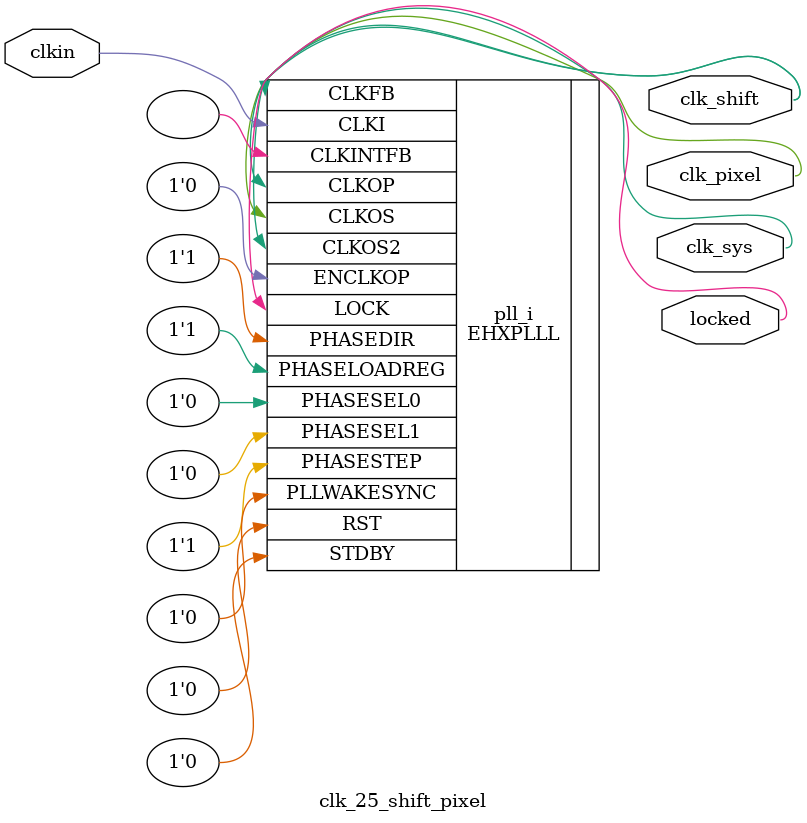
<source format=v>
module clk_25_shift_pixel
(
    input clkin, // 25 MHz, 0 deg
    output clk_shift, // 137.5 MHz, 0 deg
    output clk_pixel, // 27.5 MHz, 0 deg
    output clk_sys, // 50 MHz, 0 deg
    output locked
);
(* FREQUENCY_PIN_CLKI="25" *)
(* FREQUENCY_PIN_CLKOP="137.5" *)
(* FREQUENCY_PIN_CLKOS="27.5" *)
(* FREQUENCY_PIN_CLKOS2="50" *)
(* ICP_CURRENT="12" *) (* LPF_RESISTOR="8" *) (* MFG_ENABLE_FILTEROPAMP="1" *) (* MFG_GMCREF_SEL="2" *)
EHXPLLL #(
        .PLLRST_ENA("DISABLED"),
        .INTFB_WAKE("DISABLED"),
        .STDBY_ENABLE("DISABLED"),
        .DPHASE_SOURCE("DISABLED"),
        .OUTDIVIDER_MUXA("DIVA"),
        .OUTDIVIDER_MUXB("DIVB"),
        .OUTDIVIDER_MUXC("DIVC"),
        .OUTDIVIDER_MUXD("DIVD"),
        .CLKI_DIV(2),
        .CLKOP_ENABLE("ENABLED"),
        .CLKOP_DIV(4),
        .CLKOP_CPHASE(2),
        .CLKOP_FPHASE(0),
        .CLKOS_ENABLE("ENABLED"),
        .CLKOS_DIV(20),
        .CLKOS_CPHASE(2),
        .CLKOS_FPHASE(0),
        .CLKOS2_ENABLE("ENABLED"),
        .CLKOS2_DIV(11),
        .CLKOS2_CPHASE(2),
        .CLKOS2_FPHASE(0),
        .FEEDBK_PATH("CLKOP"),
        .CLKFB_DIV(11)
    ) pll_i (
        .RST(1'b0),
        .STDBY(1'b0),
        .CLKI(clkin),
        .CLKOP(clk_shift),
        .CLKOS(clk_pixel),
        .CLKOS2(clk_sys),
        .CLKFB(clk_shift),
        .CLKINTFB(),
        .PHASESEL0(1'b0),
        .PHASESEL1(1'b0),
        .PHASEDIR(1'b1),
        .PHASESTEP(1'b1),
        .PHASELOADREG(1'b1),
        .PLLWAKESYNC(1'b0),
        .ENCLKOP(1'b0),
        .LOCK(locked)
	);
endmodule

</source>
